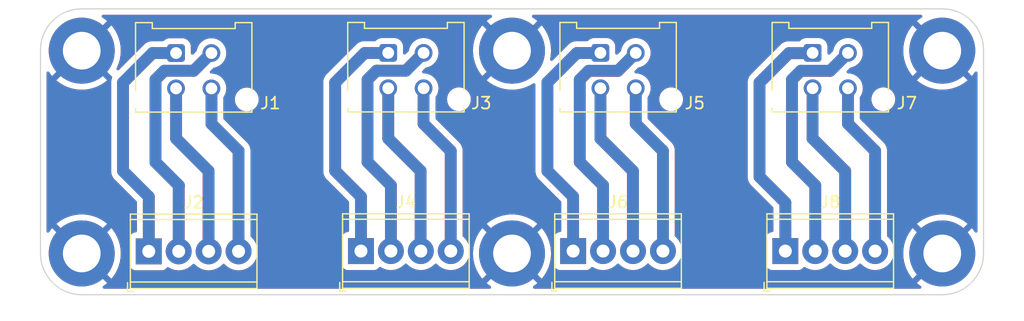
<source format=kicad_pcb>
(kicad_pcb (version 20211014) (generator pcbnew)
  (layers (0 "F.Cu" signal) (31 "B.Cu" signal) (34 "B.Paste" user) (35 "F.Paste" user) (36 "B.SilkS" user "B.Silkscreen") (37 "F.SilkS" user "F.Silkscreen") (38 "B.Mask" user) (39 "F.Mask" user) (44 "Edge.Cuts" user))
  (net 0 "")
  (net 1 "Net-(J1-Pad1)")
  (net 2 "Net-(J1-Pad2)")
  (net 3 "Net-(J1-Pad3)")
  (net 4 "Net-(J1-Pad4)")
  (net 5 "Net-(J3-Pad1)")
  (net 6 "Net-(J3-Pad2)")
  (net 7 "Net-(J3-Pad3)")
  (net 8 "Net-(J3-Pad4)")
  (net 9 "Net-(J5-Pad1)")
  (net 10 "Net-(J5-Pad2)")
  (net 11 "Net-(J5-Pad3)")
  (net 12 "Net-(J5-Pad4)")
  (net 13 "Net-(J7-Pad1)")
  (net 14 "Net-(J7-Pad2)")
  (net 15 "Net-(J7-Pad3)")
  (net 16 "Net-(J7-Pad4)")
  (net 17 "GND")
  (footprint "Connector_Molex:Molex_Micro-Fit_3.0_43045-0412_2x02_P3.00mm_Vertical" (layer "F.Cu") (at 124 68.2)
    (fp_text reference "J1" (at 8 4.25) (layer "F.SilkS"))
    (fp_text value "Conn_02x02_Top_Bottom")
    (fp_line (start 5.015 -2.58) (end 6.435 -2.58) (layer "F.SilkS") (width 0.12))
    (fp_line (start -3.435 -2.58) (end -2.015 -2.58) (layer "F.SilkS") (width 0.12))
    (fp_line (start -3.435 5.01) (end 6.435 5.01) (layer "F.SilkS") (width 0.12))
    (fp_line (start 6.435 5.01) (end 6.435 4.7) (layer "F.SilkS") (width 0.12))
    (fp_line (start 5.015 -2.08) (end 5.015 -2.58) (layer "F.SilkS") (width 0.12))
    (fp_line (start -3.435 4.7) (end -3.435 5.01) (layer "F.SilkS") (width 0.12))
    (fp_line (start 6.435 -2.58) (end 6.435 3.18) (layer "F.SilkS") (width 0.12))
    (fp_line (start -2.015 -2.58) (end -2.015 -2.08) (layer "F.SilkS") (width 0.12))
    (fp_line (start -2.015 -2.08) (end 5.015 -2.08) (layer "F.SilkS") (width 0.12))
    (fp_line (start -3.435 3.18) (end -3.435 -2.58) (layer "F.SilkS") (width 0.12))
    (pad "" np_thru_hole circle (at -3 3.94) (size 1 1) (drill 1) (layers *.Cu *.Mask))
    (pad "" np_thru_hole circle (at 6 3.94) (size 1 1) (drill 1) (layers *.Cu *.Mask))
    (pad "1" thru_hole roundrect (at 0 0) (size 1.5 1.5) (drill 1) (layers *.Cu *.Mask) (roundrect_rratio 0.1666673333) (net 1 "Net-(J1-Pad1)"))
    (pad "2" thru_hole circle (at 3 0) (size 1.5 1.5) (drill 1) (layers *.Cu *.Mask) (net 2 "Net-(J1-Pad2)"))
    (pad "3" thru_hole circle (at 0 3) (size 1.5 1.5) (drill 1) (layers *.Cu *.Mask) (net 3 "Net-(J1-Pad3)"))
    (pad "4" thru_hole circle (at 3 3) (size 1.5 1.5) (drill 1) (layers *.Cu *.Mask) (net 4 "Net-(J1-Pad4)"))
  )
  (footprint "Connector_Molex:Molex_Micro-Fit_3.0_43045-0412_2x02_P3.00mm_Vertical" (layer "F.Cu") (at 142 68.185)
    (fp_text reference "J3" (at 7.9 4.265) (layer "F.SilkS"))
    (fp_text value "Conn_02x02_Top_Bottom")
    (fp_line (start 5.015 -2.58) (end 6.435 -2.58) (layer "F.SilkS") (width 0.12))
    (fp_line (start -3.435 -2.58) (end -2.015 -2.58) (layer "F.SilkS") (width 0.12))
    (fp_line (start -3.435 5.01) (end 6.435 5.01) (layer "F.SilkS") (width 0.12))
    (fp_line (start 6.435 5.01) (end 6.435 4.7) (layer "F.SilkS") (width 0.12))
    (fp_line (start 5.015 -2.08) (end 5.015 -2.58) (layer "F.SilkS") (width 0.12))
    (fp_line (start -3.435 4.7) (end -3.435 5.01) (layer "F.SilkS") (width 0.12))
    (fp_line (start 6.435 -2.58) (end 6.435 3.18) (layer "F.SilkS") (width 0.12))
    (fp_line (start -2.015 -2.58) (end -2.015 -2.08) (layer "F.SilkS") (width 0.12))
    (fp_line (start -2.015 -2.08) (end 5.015 -2.08) (layer "F.SilkS") (width 0.12))
    (fp_line (start -3.435 3.18) (end -3.435 -2.58) (layer "F.SilkS") (width 0.12))
    (pad "" np_thru_hole circle (at -3 3.94) (size 1 1) (drill 1) (layers *.Cu *.Mask))
    (pad "" np_thru_hole circle (at 6 3.94) (size 1 1) (drill 1) (layers *.Cu *.Mask))
    (pad "1" thru_hole roundrect (at 0 0) (size 1.5 1.5) (drill 1) (layers *.Cu *.Mask) (roundrect_rratio 0.1666673333) (net 5 "Net-(J3-Pad1)"))
    (pad "2" thru_hole circle (at 3 0) (size 1.5 1.5) (drill 1) (layers *.Cu *.Mask) (net 6 "Net-(J3-Pad2)"))
    (pad "3" thru_hole circle (at 0 3) (size 1.5 1.5) (drill 1) (layers *.Cu *.Mask) (net 7 "Net-(J3-Pad3)"))
    (pad "4" thru_hole circle (at 3 3) (size 1.5 1.5) (drill 1) (layers *.Cu *.Mask) (net 8 "Net-(J3-Pad4)"))
  )
  (footprint "MountingHole:MountingHole_3.2mm_M3_DIN965_Pad" (layer "F.Cu") (at 152.5 85.2)
    (fp_text reference "H5" hide)
    (fp_text value "MountingHole_Pad")
    (pad "1" thru_hole circle (at 0 0) (size 5.6 5.6) (drill 3.2) (layers *.Cu *.Mask) (net 17 "GND"))
  )
  (footprint "TerminalBlock_Phoenix:TerminalBlock_Phoenix_MPT-0,5-4-2.54_1x04_P2.54mm_Horizontal" (layer "F.Cu") (at 139.685 85)
    (fp_text reference "J4" (at 3.81 -4.16) (layer "F.SilkS"))
    (fp_text value "Conn_01x04")
    (fp_line (start -1.56 -3.16) (end 9.18 -3.16) (layer "F.SilkS") (width 0.12))
    (fp_line (start -1.8 2.66) (end -1.8 3.4) (layer "F.SilkS") (width 0.12))
    (fp_line (start -1.56 -2.7) (end 9.18 -2.7) (layer "F.SilkS") (width 0.12))
    (fp_line (start -1.56 -3.16) (end -1.56 3.16) (layer "F.SilkS") (width 0.12))
    (fp_line (start -1.56 3.16) (end 9.18 3.16) (layer "F.SilkS") (width 0.12))
    (fp_line (start -1.56 2.6) (end 9.18 2.6) (layer "F.SilkS") (width 0.12))
    (fp_line (start -1.8 3.4) (end -1.3 3.4) (layer "F.SilkS") (width 0.12))
    (fp_line (start 9.18 -3.16) (end 9.18 3.16) (layer "F.SilkS") (width 0.12))
    (pad "1" thru_hole rect (at 0 0) (size 2.2 2.2) (drill 1.1) (layers *.Cu *.Mask) (net 5 "Net-(J3-Pad1)"))
    (pad "2" thru_hole circle (at 2.54 0) (size 2.2 2.2) (drill 1.1) (layers *.Cu *.Mask) (net 6 "Net-(J3-Pad2)"))
    (pad "3" thru_hole circle (at 5.08 0) (size 2.2 2.2) (drill 1.1) (layers *.Cu *.Mask) (net 7 "Net-(J3-Pad3)"))
    (pad "4" thru_hole circle (at 7.62 0) (size 2.2 2.2) (drill 1.1) (layers *.Cu *.Mask) (net 8 "Net-(J3-Pad4)"))
  )
  (footprint "TerminalBlock_Phoenix:TerminalBlock_Phoenix_MPT-0,5-4-2.54_1x04_P2.54mm_Horizontal" (layer "F.Cu") (at 157.685 85)
    (fp_text reference "J6" (at 3.81 -4.16) (layer "F.SilkS"))
    (fp_text value "Conn_01x04")
    (fp_line (start -1.56 -3.16) (end -1.56 3.16) (layer "F.SilkS") (width 0.12))
    (fp_line (start -1.56 -2.7) (end 9.18 -2.7) (layer "F.SilkS") (width 0.12))
    (fp_line (start -1.56 3.16) (end 9.18 3.16) (layer "F.SilkS") (width 0.12))
    (fp_line (start 9.18 -3.16) (end 9.18 3.16) (layer "F.SilkS") (width 0.12))
    (fp_line (start -1.8 3.4) (end -1.3 3.4) (layer "F.SilkS") (width 0.12))
    (fp_line (start -1.8 2.66) (end -1.8 3.4) (layer "F.SilkS") (width 0.12))
    (fp_line (start -1.56 -3.16) (end 9.18 -3.16) (layer "F.SilkS") (width 0.12))
    (fp_line (start -1.56 2.6) (end 9.18 2.6) (layer "F.SilkS") (width 0.12))
    (pad "1" thru_hole rect (at 0 0) (size 2.2 2.2) (drill 1.1) (layers *.Cu *.Mask) (net 9 "Net-(J5-Pad1)"))
    (pad "2" thru_hole circle (at 2.54 0) (size 2.2 2.2) (drill 1.1) (layers *.Cu *.Mask) (net 10 "Net-(J5-Pad2)"))
    (pad "3" thru_hole circle (at 5.08 0) (size 2.2 2.2) (drill 1.1) (layers *.Cu *.Mask) (net 11 "Net-(J5-Pad3)"))
    (pad "4" thru_hole circle (at 7.62 0) (size 2.2 2.2) (drill 1.1) (layers *.Cu *.Mask) (net 12 "Net-(J5-Pad4)"))
  )
  (footprint "Connector_Molex:Molex_Micro-Fit_3.0_43045-0412_2x02_P3.00mm_Vertical" (layer "F.Cu") (at 178 68.185)
    (fp_text reference "J7" (at 8 4.265) (layer "F.SilkS"))
    (fp_text value "Conn_02x02_Top_Bottom")
    (fp_line (start 5.015 -2.58) (end 6.435 -2.58) (layer "F.SilkS") (width 0.12))
    (fp_line (start -3.435 -2.58) (end -2.015 -2.58) (layer "F.SilkS") (width 0.12))
    (fp_line (start -3.435 5.01) (end 6.435 5.01) (layer "F.SilkS") (width 0.12))
    (fp_line (start 6.435 5.01) (end 6.435 4.7) (layer "F.SilkS") (width 0.12))
    (fp_line (start 5.015 -2.08) (end 5.015 -2.58) (layer "F.SilkS") (width 0.12))
    (fp_line (start -3.435 4.7) (end -3.435 5.01) (layer "F.SilkS") (width 0.12))
    (fp_line (start 6.435 -2.58) (end 6.435 3.18) (layer "F.SilkS") (width 0.12))
    (fp_line (start -2.015 -2.58) (end -2.015 -2.08) (layer "F.SilkS") (width 0.12))
    (fp_line (start -2.015 -2.08) (end 5.015 -2.08) (layer "F.SilkS") (width 0.12))
    (fp_line (start -3.435 3.18) (end -3.435 -2.58) (layer "F.SilkS") (width 0.12))
    (pad "" np_thru_hole circle (at -3 3.94) (size 1 1) (drill 1) (layers *.Cu *.Mask))
    (pad "" np_thru_hole circle (at 6 3.94) (size 1 1) (drill 1) (layers *.Cu *.Mask))
    (pad "1" thru_hole roundrect (at 0 0) (size 1.5 1.5) (drill 1) (layers *.Cu *.Mask) (roundrect_rratio 0.1666673333) (net 13 "Net-(J7-Pad1)"))
    (pad "2" thru_hole circle (at 3 0) (size 1.5 1.5) (drill 1) (layers *.Cu *.Mask) (net 14 "Net-(J7-Pad2)"))
    (pad "3" thru_hole circle (at 0 3) (size 1.5 1.5) (drill 1) (layers *.Cu *.Mask) (net 15 "Net-(J7-Pad3)"))
    (pad "4" thru_hole circle (at 3 3) (size 1.5 1.5) (drill 1) (layers *.Cu *.Mask) (net 16 "Net-(J7-Pad4)"))
  )
  (footprint "MountingHole:MountingHole_3.2mm_M3_DIN965_Pad" (layer "F.Cu") (at 152.5 68)
    (fp_text reference "H2" hide)
    (fp_text value "MountingHole_Pad")
    (pad "1" thru_hole circle (at 0 0) (size 5.6 5.6) (drill 3.2) (layers *.Cu *.Mask) (net 17 "GND"))
  )
  (footprint "MountingHole:MountingHole_3.2mm_M3_DIN965_Pad" (layer "F.Cu") (at 189 68)
    (fp_text reference "H3" hide)
    (fp_text value "MountingHole_Pad")
    (pad "1" thru_hole circle (at 0 0) (size 5.6 5.6) (drill 3.2) (layers *.Cu *.Mask) (net 17 "GND"))
  )
  (footprint "MountingHole:MountingHole_3.2mm_M3_DIN965_Pad" (layer "F.Cu") (at 116 85.2)
    (fp_text reference "H6" hide)
    (fp_text value "MountingHole_Pad")
    (pad "1" thru_hole circle (at 0 0) (size 5.6 5.6) (drill 3.2) (layers *.Cu *.Mask) (net 17 "GND"))
  )
  (footprint "TerminalBlock_Phoenix:TerminalBlock_Phoenix_MPT-0,5-4-2.54_1x04_P2.54mm_Horizontal" (layer "F.Cu") (at 121.685 85.0225)
    (fp_text reference "J2" (at 3.81 -4.16) (layer "F.SilkS"))
    (fp_text value "Conn_01x04")
    (fp_line (start -1.56 3.16) (end 9.18 3.16) (layer "F.SilkS") (width 0.12))
    (fp_line (start -1.56 2.6) (end 9.18 2.6) (layer "F.SilkS") (width 0.12))
    (fp_line (start -1.8 2.66) (end -1.8 3.4) (layer "F.SilkS") (width 0.12))
    (fp_line (start -1.56 -3.16) (end 9.18 -3.16) (layer "F.SilkS") (width 0.12))
    (fp_line (start -1.8 3.4) (end -1.3 3.4) (layer "F.SilkS") (width 0.12))
    (fp_line (start -1.56 -3.16) (end -1.56 3.16) (layer "F.SilkS") (width 0.12))
    (fp_line (start -1.56 -2.7) (end 9.18 -2.7) (layer "F.SilkS") (width 0.12))
    (fp_line (start 9.18 -3.16) (end 9.18 3.16) (layer "F.SilkS") (width 0.12))
    (pad "1" thru_hole rect (at 0 0) (size 2.2 2.2) (drill 1.1) (layers *.Cu *.Mask) (net 1 "Net-(J1-Pad1)"))
    (pad "2" thru_hole circle (at 2.54 0) (size 2.2 2.2) (drill 1.1) (layers *.Cu *.Mask) (net 2 "Net-(J1-Pad2)"))
    (pad "3" thru_hole circle (at 5.08 0) (size 2.2 2.2) (drill 1.1) (layers *.Cu *.Mask) (net 3 "Net-(J1-Pad3)"))
    (pad "4" thru_hole circle (at 7.62 0) (size 2.2 2.2) (drill 1.1) (layers *.Cu *.Mask) (net 4 "Net-(J1-Pad4)"))
  )
  (footprint "MountingHole:MountingHole_3.2mm_M3_DIN965_Pad" (layer "F.Cu") (at 116 68)
    (fp_text reference "H1" hide)
    (fp_text value "MountingHole_Pad")
    (pad "1" thru_hole circle (at 0 0) (size 5.6 5.6) (drill 3.2) (layers *.Cu *.Mask) (net 17 "GND"))
  )
  (footprint "Connector_Molex:Molex_Micro-Fit_3.0_43045-0412_2x02_P3.00mm_Vertical" (layer "F.Cu") (at 160 68.185)
    (fp_text reference "J5" (at 8 4.265) (layer "F.SilkS"))
    (fp_text value "Conn_02x02_Top_Bottom")
    (fp_line (start 5.015 -2.58) (end 6.435 -2.58) (layer "F.SilkS") (width 0.12))
    (fp_line (start -3.435 -2.58) (end -2.015 -2.58) (layer "F.SilkS") (width 0.12))
    (fp_line (start -3.435 5.01) (end 6.435 5.01) (layer "F.SilkS") (width 0.12))
    (fp_line (start 6.435 5.01) (end 6.435 4.7) (layer "F.SilkS") (width 0.12))
    (fp_line (start 5.015 -2.08) (end 5.015 -2.58) (layer "F.SilkS") (width 0.12))
    (fp_line (start -3.435 4.7) (end -3.435 5.01) (layer "F.SilkS") (width 0.12))
    (fp_line (start 6.435 -2.58) (end 6.435 3.18) (layer "F.SilkS") (width 0.12))
    (fp_line (start -2.015 -2.58) (end -2.015 -2.08) (layer "F.SilkS") (width 0.12))
    (fp_line (start -2.015 -2.08) (end 5.015 -2.08) (layer "F.SilkS") (width 0.12))
    (fp_line (start -3.435 3.18) (end -3.435 -2.58) (layer "F.SilkS") (width 0.12))
    (pad "" np_thru_hole circle (at -3 3.94) (size 1 1) (drill 1) (layers *.Cu *.Mask))
    (pad "" np_thru_hole circle (at 6 3.94) (size 1 1) (drill 1) (layers *.Cu *.Mask))
    (pad "1" thru_hole roundrect (at 0 0) (size 1.5 1.5) (drill 1) (layers *.Cu *.Mask) (roundrect_rratio 0.1666673333) (net 9 "Net-(J5-Pad1)"))
    (pad "2" thru_hole circle (at 3 0) (size 1.5 1.5) (drill 1) (layers *.Cu *.Mask) (net 10 "Net-(J5-Pad2)"))
    (pad "3" thru_hole circle (at 0 3) (size 1.5 1.5) (drill 1) (layers *.Cu *.Mask) (net 11 "Net-(J5-Pad3)"))
    (pad "4" thru_hole circle (at 3 3) (size 1.5 1.5) (drill 1) (layers *.Cu *.Mask) (net 12 "Net-(J5-Pad4)"))
  )
  (footprint "MountingHole:MountingHole_3.2mm_M3_DIN965_Pad" (layer "F.Cu") (at 189 85.2)
    (fp_text reference "H4" hide)
    (fp_text value "MountingHole_Pad")
    (pad "1" thru_hole circle (at 0 0) (size 5.6 5.6) (drill 3.2) (layers *.Cu *.Mask) (net 17 "GND"))
  )
  (footprint "TerminalBlock_Phoenix:TerminalBlock_Phoenix_MPT-0,5-4-2.54_1x04_P2.54mm_Horizontal" (layer "F.Cu") (at 175.685 85)
    (fp_text reference "J8" (at 3.81 -4.16) (layer "F.SilkS"))
    (fp_text value "Conn_01x04")
    (fp_line (start -1.56 3.16) (end 9.18 3.16) (layer "F.SilkS") (width 0.12))
    (fp_line (start -1.8 2.66) (end -1.8 3.4) (layer "F.SilkS") (width 0.12))
    (fp_line (start -1.56 2.6) (end 9.18 2.6) (layer "F.SilkS") (width 0.12))
    (fp_line (start -1.56 -3.16) (end -1.56 3.16) (layer "F.SilkS") (width 0.12))
    (fp_line (start -1.8 3.4) (end -1.3 3.4) (layer "F.SilkS") (width 0.12))
    (fp_line (start -1.56 -2.7) (end 9.18 -2.7) (layer "F.SilkS") (width 0.12))
    (fp_line (start 9.18 -3.16) (end 9.18 3.16) (layer "F.SilkS") (width 0.12))
    (fp_line (start -1.56 -3.16) (end 9.18 -3.16) (layer "F.SilkS") (width 0.12))
    (pad "1" thru_hole rect (at 0 0) (size 2.2 2.2) (drill 1.1) (layers *.Cu *.Mask) (net 13 "Net-(J7-Pad1)"))
    (pad "2" thru_hole circle (at 2.54 0) (size 2.2 2.2) (drill 1.1) (layers *.Cu *.Mask) (net 14 "Net-(J7-Pad2)"))
    (pad "3" thru_hole circle (at 5.08 0) (size 2.2 2.2) (drill 1.1) (layers *.Cu *.Mask) (net 15 "Net-(J7-Pad3)"))
    (pad "4" thru_hole circle (at 7.62 0) (size 2.2 2.2) (drill 1.1) (layers *.Cu *.Mask) (net 16 "Net-(J7-Pad4)"))
  )
  (gr_line (start 189 64.45) (end 116 64.45) (layer "Edge.Cuts") (width 0.1))
  (gr_arc (start 112.5 67.95) (mid 113.525126 65.475126) (end 116 64.45) (layer "Edge.Cuts") (width 0.1))
  (gr_arc (start 192.5 85.2) (mid 191.474874 87.674874) (end 189 88.7) (layer "Edge.Cuts") (width 0.1))
  (gr_arc (start 189 64.45) (mid 191.474874 65.475126) (end 192.5 67.95) (layer "Edge.Cuts") (width 0.1))
  (gr_line (start 112.5 67.95) (end 112.5 85.2) (layer "Edge.Cuts") (width 0.1))
  (gr_arc (start 116 88.7) (mid 113.525126 87.674874) (end 112.5 85.2) (layer "Edge.Cuts") (width 0.1))
  (gr_line (start 192.5 85.2) (end 192.5 67.95) (layer "Edge.Cuts") (width 0.1))
  (gr_line (start 116 88.7) (end 189 88.7) (layer "Edge.Cuts") (width 0.1))
  (segment (start 121.6925 80.3925) (end 121.6925 85.0075) (width 1) (layer "F.Cu") (net 1))
  (segment (start 122.0075 68.2075) (end 119.5075 70.7075) (width 1) (layer "F.Cu") (net 1))
  (segment (start 119.5075 70.7075) (end 119.5075 78.2075) (width 1) (layer "F.Cu") (net 1))
  (segment (start 123.9925 68.2075) (end 122.0075 68.2075) (width 1) (layer "F.Cu") (net 1))
  (segment (start 119.5075 78.2075) (end 121.6925 80.3925) (width 1) (layer "F.Cu") (net 1))
  (segment (start 121.685 80.385) (end 121.685 85.0225) (width 1) (layer "B.Cu") (net 1))
  (segment (start 119.5 78.2) (end 121.685 80.385) (width 1) (layer "B.Cu") (net 1))
  (segment (start 119.5 70.7) (end 119.5 78.2) (width 1) (layer "B.Cu") (net 1))
  (segment (start 124 68.2) (end 122 68.2) (width 1) (layer "B.Cu") (net 1))
  (segment (start 122 68.2) (end 119.5 70.7) (width 1) (layer "B.Cu") (net 1))
  (segment (start 123.0075 69.7075) (end 122.257021 70.457979) (width 1) (layer "F.Cu") (net 2))
  (segment (start 122.257021 77.457021) (end 124.2325 79.4325) (width 1) (layer "F.Cu") (net 2))
  (segment (start 125.4925 69.7075) (end 123.0075 69.7075) (width 1) (layer "F.Cu") (net 2))
  (segment (start 127.0075 68.1925) (end 125.4925 69.7075) (width 1) (layer "F.Cu") (net 2))
  (segment (start 124.2325 79.4325) (end 124.2325 85.0075) (width 1) (layer "F.Cu") (net 2))
  (segment (start 122.257021 70.457979) (end 122.257021 77.457021) (width 1) (layer "F.Cu") (net 2))
  (segment (start 122.25 70.45) (end 122.25 77.45) (width 1) (layer "B.Cu") (net 2))
  (segment (start 123 69.7) (end 122.25 70.45) (width 1) (layer "B.Cu") (net 2))
  (segment (start 122.25 77.45) (end 124.25 79.45) (width 1) (layer "B.Cu") (net 2))
  (segment (start 127 68.2) (end 125.5 69.7) (width 1) (layer "B.Cu") (net 2))
  (segment (start 124.225 79.475) (end 124.225 85.0225) (width 1) (layer "B.Cu") (net 2))
  (segment (start 125.5 69.7) (end 123 69.7) (width 1) (layer "B.Cu") (net 2))
  (segment (start 124.25 79.45) (end 124.225 79.475) (width 1) (layer "B.Cu") (net 2))
  (segment (start 126.7575 78.2075) (end 126.7575 85.015) (width 1) (layer "F.Cu") (net 3))
  (segment (start 124.0075 75.4575) (end 126.7575 78.2075) (width 1) (layer "F.Cu") (net 3))
  (segment (start 126.7575 85.015) (end 126.7725 85.03) (width 1) (layer "F.Cu") (net 3))
  (segment (start 124.0075 71.1925) (end 124.0075 75.4575) (width 1) (layer "F.Cu") (net 3))
  (segment (start 124 71.2) (end 124 75.45) (width 1) (layer "B.Cu") (net 3))
  (segment (start 126.765 78.215) (end 126.765 85.0225) (width 1) (layer "B.Cu") (net 3))
  (segment (start 124 75.45) (end 126.765 78.215) (width 1) (layer "B.Cu") (net 3))
  (segment (start 127.0075 71.1925) (end 127.0075 74.2075) (width 1) (layer "F.Cu") (net 4))
  (segment (start 129.3075 76.5075) (end 129.3075 85.0025) (width 1) (layer "F.Cu") (net 4))
  (segment (start 127.0075 74.2075) (end 129.3075 76.5075) (width 1) (layer "F.Cu") (net 4))
  (segment (start 129.3075 85.0025) (end 129.3125 85.0075) (width 1) (layer "F.Cu") (net 4))
  (segment (start 127 71.2) (end 127 74.2) (width 1) (layer "B.Cu") (net 4))
  (segment (start 129.305 76.505) (end 129.305 85.0225) (width 1) (layer "B.Cu") (net 4))
  (segment (start 127 74.2) (end 129.305 76.505) (width 1) (layer "B.Cu") (net 4))
  (segment (start 139.685 80.385) (end 139.685 85) (width 1) (layer "F.Cu") (net 5))
  (segment (start 140 68.2) (end 137.5 70.7) (width 1) (layer "F.Cu") (net 5))
  (segment (start 142 68.185) (end 141.985 68.2) (width 1) (layer "F.Cu") (net 5))
  (segment (start 137.5 70.7) (end 137.5 78.2) (width 1) (layer "F.Cu") (net 5))
  (segment (start 141.985 68.2) (end 140 68.2) (width 1) (layer "F.Cu") (net 5))
  (segment (start 137.5 78.2) (end 139.685 80.385) (width 1) (layer "F.Cu") (net 5))
  (segment (start 142 68.2) (end 140 68.2) (width 1) (layer "B.Cu") (net 5))
  (segment (start 139.685 80.385) (end 139.685 85.0225) (width 1) (layer "B.Cu") (net 5))
  (segment (start 140 68.2) (end 137.5 70.7) (width 1) (layer "B.Cu") (net 5))
  (segment (start 137.5 70.7) (end 137.5 78.2) (width 1) (layer "B.Cu") (net 5))
  (segment (start 137.5 78.2) (end 139.685 80.385) (width 1) (layer "B.Cu") (net 5))
  (segment (start 140.249521 70.450479) (end 140.249521 77.449521) (width 1) (layer "F.Cu") (net 6))
  (segment (start 141 69.7) (end 140.249521 70.450479) (width 1) (layer "F.Cu") (net 6))
  (segment (start 143.485 69.7) (end 141 69.7) (width 1) (layer "F.Cu") (net 6))
  (segment (start 140.249521 77.449521) (end 142.225 79.425) (width 1) (layer "F.Cu") (net 6))
  (segment (start 142.225 79.425) (end 142.225 85) (width 1) (layer "F.Cu") (net 6))
  (segment (start 145 68.185) (end 143.485 69.7) (width 1) (layer "F.Cu") (net 6))
  (segment (start 140.25 70.45) (end 140.25 77.45) (width 1) (layer "B.Cu") (net 6))
  (segment (start 141 69.7) (end 140.25 70.45) (width 1) (layer "B.Cu") (net 6))
  (segment (start 140.25 77.45) (end 142.225 79.425) (width 1) (layer "B.Cu") (net 6))
  (segment (start 142.225 79.425) (end 142.225 85.0225) (width 1) (layer "B.Cu") (net 6))
  (segment (start 145 68.2) (end 143.5 69.7) (width 1) (layer "B.Cu") (net 6))
  (segment (start 143.5 69.7) (end 141 69.7) (width 1) (layer "B.Cu") (net 6))
  (segment (start 142 75.45) (end 144.75 78.2) (width 1) (layer "F.Cu") (net 7))
  (segment (start 142 71.185) (end 142 75.45) (width 1) (layer "F.Cu") (net 7))
  (segment (start 144.75 78.2) (end 144.75 85.0075) (width 1) (layer "F.Cu") (net 7))
  (segment (start 144.75 78.2) (end 144.75 85.0075) (width 1) (layer "B.Cu") (net 7))
  (segment (start 142 75.45) (end 144.75 78.2) (width 1) (layer "B.Cu") (net 7))
  (segment (start 142 71.2) (end 142 75.45) (width 1) (layer "B.Cu") (net 7))
  (segment (start 147.3 76.5) (end 147.3 84.995) (width 1) (layer "F.Cu") (net 8))
  (segment (start 145 74.2) (end 147.3 76.5) (width 1) (layer "F.Cu") (net 8))
  (segment (start 145 71.185) (end 145 74.2) (width 1) (layer "F.Cu") (net 8))
  (segment (start 147.3 84.995) (end 147.305 85) (width 1) (layer "F.Cu") (net 8))
  (segment (start 145 71.2) (end 145 74.2) (width 1) (layer "B.Cu") (net 8))
  (segment (start 145 74.2) (end 147.305 76.505) (width 1) (layer "B.Cu") (net 8))
  (segment (start 147.305 76.505) (end 147.305 85.0225) (width 1) (layer "B.Cu") (net 8))
  (segment (start 155.5 78.2) (end 157.685 80.385) (width 1) (layer "F.Cu") (net 9))
  (segment (start 155.5 70.7) (end 155.5 78.2) (width 1) (layer "F.Cu") (net 9))
  (segment (start 157.685 80.385) (end 157.685 85.015) (width 1) (layer "F.Cu") (net 9))
  (segment (start 158 68.2) (end 155.5 70.7) (width 1) (layer "F.Cu") (net 9))
  (segment (start 160 68.2) (end 158 68.2) (width 1) (layer "F.Cu") (net 9))
  (segment (start 155.5 78.2) (end 157.685 80.385) (width 1) (layer "B.Cu") (net 9))
  (segment (start 157.685 80.385) (end 157.685 85.0225) (width 1) (layer "B.Cu") (net 9))
  (segment (start 155.5 70.7) (end 155.5 78.2) (width 1) (layer "B.Cu") (net 9))
  (segment (start 160 68.2) (end 158 68.2) (width 1) (layer "B.Cu") (net 9))
  (segment (start 158 68.2) (end 155.5 70.7) (width 1) (layer "B.Cu") (net 9))
  (segment (start 161.485 69.715) (end 159 69.715) (width 1) (layer "F.Cu") (net 10))
  (segment (start 163 68.2) (end 161.485 69.715) (width 1) (layer "F.Cu") (net 10))
  (segment (start 158.249521 77.449521) (end 160.225 79.425) (width 1) (layer "F.Cu") (net 10))
  (segment (start 159 69.715) (end 158.249521 70.465479) (width 1) (layer "F.Cu") (net 10))
  (segment (start 158.249521 70.465479) (end 158.249521 77.449521) (width 1) (layer "F.Cu") (net 10))
  (segment (start 160.225 79.425) (end 160.225 85.015) (width 1) (layer "F.Cu") (net 10))
  (segment (start 158.25 70.45) (end 158.25 77.45) (width 1) (layer "B.Cu") (net 10))
  (segment (start 160.225 79.425) (end 160.225 85.0225) (width 1) (layer "B.Cu") (net 10))
  (segment (start 161.5 69.7) (end 159 69.7) (width 1) (layer "B.Cu") (net 10))
  (segment (start 158.25 77.45) (end 160.225 79.425) (width 1) (layer "B.Cu") (net 10))
  (segment (start 163 68.2) (end 161.5 69.7) (width 1) (layer "B.Cu") (net 10))
  (segment (start 159 69.7) (end 158.25 70.45) (width 1) (layer "B.Cu") (net 10))
  (segment (start 162.75 78.2) (end 162.75 84.985) (width 1) (layer "F.Cu") (net 11))
  (segment (start 160 71.2) (end 160 75.45) (width 1) (layer "F.Cu") (net 11))
  (segment (start 160 75.45) (end 162.75 78.2) (width 1) (layer "F.Cu") (net 11))
  (segment (start 162.75 84.985) (end 162.765 85) (width 1) (layer "F.Cu") (net 11))
  (segment (start 162.765 78.215) (end 162.765 85.0225) (width 1) (layer "B.Cu") (net 11))
  (segment (start 160 75.45) (end 162.765 78.215) (width 1) (layer "B.Cu") (net 11))
  (segment (start 160 71.2) (end 160 75.45) (width 1) (layer "B.Cu") (net 11))
  (segment (start 165.3 76.5) (end 165.3 84.995) (width 1) (layer "F.Cu") (net 12))
  (segment (start 163 74.2) (end 165.3 76.5) (width 1) (layer "F.Cu") (net 12))
  (segment (start 165.3 84.995) (end 165.305 85) (width 1) (layer "F.Cu") (net 12))
  (segment (start 163 71.2) (end 163 74.2) (width 1) (layer "F.Cu") (net 12))
  (segment (start 163 74.2) (end 165.305 76.505) (width 1) (layer "B.Cu") (net 12))
  (segment (start 163 71.2) (end 163 74.2) (width 1) (layer "B.Cu") (net 12))
  (segment (start 165.305 76.505) (end 165.305 85.0225) (width 1) (layer "B.Cu") (net 12))
  (segment (start 173.5 78.7) (end 175.685 80.885) (width 1) (layer "F.Cu") (net 13))
  (segment (start 177.985 68.215) (end 175.98875 68.215) (width 1) (layer "F.Cu") (net 13))
  (segment (start 175.685 80.885) (end 175.685 85.015) (width 1) (layer "F.Cu") (net 13))
  (segment (start 178 68.2) (end 177.985 68.215) (width 1) (layer "F.Cu") (net 13))
  (segment (start 173.5 70.70375) (end 173.5 78.7) (width 1) (layer "F.Cu") (net 13))
  (segment (start 175.98875 68.215) (end 173.5 70.70375) (width 1) (layer "F.Cu") (net 13))
  (segment (start 178 68.2) (end 176 68.2) (width 1) (layer "B.Cu") (net 13))
  (segment (start 176 68.2) (end 173.5 70.7) (width 1) (layer "B.Cu") (net 13))
  (segment (start 175.685 80.885) (end 175.685 85.0225) (width 1) (layer "B.Cu") (net 13))
  (segment (start 173.5 78.7) (end 175.685 80.885) (width 1) (layer "B.Cu") (net 13))
  (segment (start 173.5 70.7) (end 173.5 78.7) (width 1) (layer "B.Cu") (net 13))
  (segment (start 178.225 79.425) (end 178.225 85.015) (width 1) (layer "F.Cu") (net 14))
  (segment (start 179.485 69.715) (end 177 69.715) (width 1) (layer "F.Cu") (net 14))
  (segment (start 181 68.2) (end 179.485 69.715) (width 1) (layer "F.Cu") (net 14))
  (segment (start 176.249521 77.449521) (end 178.225 79.425) (width 1) (layer "F.Cu") (net 14))
  (segment (start 177 69.715) (end 176.249521 70.465479) (width 1) (layer "F.Cu") (net 14))
  (segment (start 176.249521 70.465479) (end 176.249521 77.449521) (width 1) (layer "F.Cu") (net 14))
  (segment (start 176.25 70.45) (end 176.25 77.45) (width 1) (layer "B.Cu") (net 14))
  (segment (start 178.225 79.425) (end 178.225 85.0225) (width 1) (layer "B.Cu") (net 14))
  (segment (start 179.5 69.7) (end 177 69.7) (width 1) (layer "B.Cu") (net 14))
  (segment (start 176.25 77.45) (end 178.225 79.425) (width 1) (layer "B.Cu") (net 14))
  (segment (start 181 68.2) (end 179.5 69.7) (width 1) (layer "B.Cu") (net 14))
  (segment (start 177 69.7) (end 176.25 70.45) (width 1) (layer "B.Cu") (net 14))
  (segment (start 178 75.45) (end 180.765 78.215) (width 1) (layer "F.Cu") (net 15))
  (segment (start 178 71.2) (end 178 75.45) (width 1) (layer "F.Cu") (net 15))
  (segment (start 180.765 78.215) (end 180.765 85.0375) (width 1) (layer "F.Cu") (net 15))
  (segment (start 178 75.45) (end 180.765 78.215) (width 1) (layer "B.Cu") (net 15))
  (segment (start 178 71.2) (end 178 75.45) (width 1) (layer "B.Cu") (net 15))
  (segment (start 180.765 78.215) (end 180.765 85.0225) (width 1) (layer "B.Cu") (net 15))
  (segment (start 181 71.2) (end 181 74.2) (width 1) (layer "F.Cu") (net 16))
  (segment (start 183.305 76.505) (end 183.305 85.0375) (width 1) (layer "F.Cu") (net 16))
  (segment (start 181 74.2) (end 183.305 76.505) (width 1) (layer "F.Cu") (net 16))
  (segment (start 183.305 76.505) (end 183.305 85.0225) (width 1) (layer "B.Cu") (net 16))
  (segment (start 181 74.2) (end 183.305 76.505) (width 1) (layer "B.Cu") (net 16))
  (segment (start 181 71.2) (end 181 74.2) (width 1) (layer "B.Cu") (net 16))
  (zone (net 17) (net_name "GND") (layers F&B.Cu) (connect_pads (clearance 0.508)) (min_thickness 0.254) (fill yes (thermal_gap 0.508) (thermal_bridge_width 0.508))
    (polygon (pts (xy 193.5 90.95) (xy 111.75 90.95) (xy 111.75 63.7) (xy 193.5 63.7)))
  )
)
</source>
